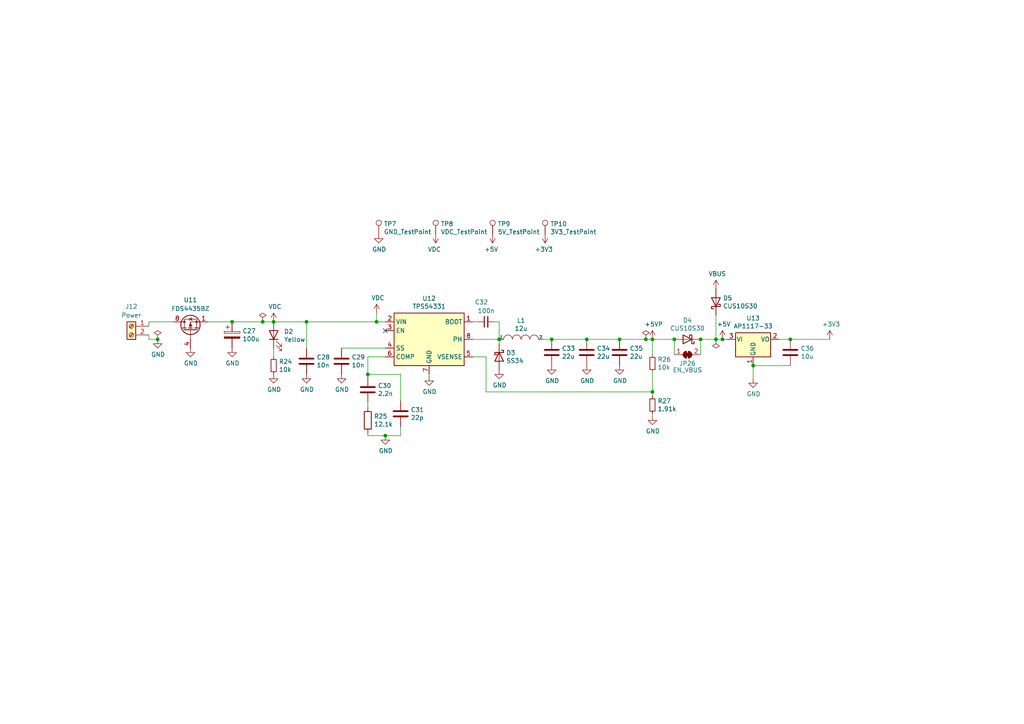
<source format=kicad_sch>
(kicad_sch (version 20211123) (generator eeschema)
  (paper "A4")
  (title_block (title "Power") (date "2021-02-19") (rev "003"))
  (lib_symbols
    (symbol "Connector:Screw_Terminal_01x02" (pin_names (offset 1.016) hide)
      (property "Reference" "J" (at 0 2.54 0))
      (property "Value" "Screw_Terminal_01x02" (at 0 -5.08 0))
      (symbol "Screw_Terminal_01x02_1_1"
        (rectangle (start -1.27 1.27) (end 1.27 -3.81) (stroke (width 0.254)) (fill (type background)))
        (circle (center 0 -2.54) (radius 0.635) (stroke (width 0.1524)))
        (polyline (pts (xy -0.5334 -2.2098) (xy 0.3302 -3.048)) (stroke (width 0.1524)))
        (polyline (pts (xy -0.5334 0.3302) (xy 0.3302 -0.508)) (stroke (width 0.1524)))
        (polyline (pts (xy -0.3556 -2.032) (xy 0.508 -2.8702)) (stroke (width 0.1524)))
        (polyline (pts (xy -0.3556 0.508) (xy 0.508 -0.3302)) (stroke (width 0.1524)))
        (circle (center 0 0) (radius 0.635) (stroke (width 0.1524)))
        (pin passive line (at -5.08 0 0) (length 3.81) (name "Pin_1") (number "1"))
        (pin passive line (at -5.08 -2.54 0) (length 3.81) (name "Pin_2") (number "2"))
      )
    )
    (symbol "Connector:TestPoint" (pin_numbers hide) (pin_names (offset 0.762) hide)
      (property "Reference" "TP" (at 0 6.858 0))
      (property "Value" "TestPoint" (at 0 5.08 0))
      (symbol "TestPoint_0_1"
        (circle (center 0 3.302) (radius 0.762))
      )
      (symbol "TestPoint_1_1"
        (pin passive line (at 0 0 90) (length 2.54) (name "1") (number "1"))
      )
    )
    (symbol "Device:C" (pin_numbers hide) (pin_names (offset 0.254))
      (property "Reference" "C" (at 0.635 2.54 0))
      (property "Value" "C" (at 0.635 -2.54 0))
      (symbol "C_0_1"
        (polyline (pts (xy -2.032 -0.762) (xy 2.032 -0.762)) (stroke (width 0.508)))
        (polyline (pts (xy -2.032 0.762) (xy 2.032 0.762)) (stroke (width 0.508)))
      )
      (symbol "C_1_1"
        (pin passive line (at 0 3.81 270) (length 2.794) (name "~") (number "1"))
        (pin passive line (at 0 -3.81 90) (length 2.794) (name "~") (number "2"))
      )
    )
    (symbol "Device:CP" (pin_numbers hide) (pin_names (offset 0.254))
      (property "Reference" "C" (at 0.635 2.54 0))
      (property "Value" "Device_CP" (at 0.635 -2.54 0))
      (symbol "CP_0_1"
        (rectangle (start -2.286 0.508) (end 2.286 1.016))
        (polyline (pts (xy -1.778 2.286) (xy -0.762 2.286)))
        (polyline (pts (xy -1.27 2.794) (xy -1.27 1.778)))
        (rectangle (start 2.286 -0.508) (end -2.286 -1.016) (fill (type outline)))
      )
      (symbol "CP_1_1"
        (pin passive line (at 0 3.81 270) (length 2.794) (name "~") (number "1"))
        (pin passive line (at 0 -3.81 90) (length 2.794) (name "~") (number "2"))
      )
    )
    (symbol "Device:C_Small" (pin_numbers hide) (pin_names (offset 0.254) hide)
      (property "Reference" "C" (at 0.254 1.778 0))
      (property "Value" "C_Small" (at 0.254 -2.032 0))
      (symbol "C_Small_0_1"
        (polyline (pts (xy -1.524 -0.508) (xy 1.524 -0.508)) (stroke (width 0.3302)))
        (polyline (pts (xy -1.524 0.508) (xy 1.524 0.508)) (stroke (width 0.3048)))
      )
      (symbol "C_Small_1_1"
        (pin passive line (at 0 2.54 270) (length 2.032) (name "~") (number "1"))
        (pin passive line (at 0 -2.54 90) (length 2.032) (name "~") (number "2"))
      )
    )
    (symbol "Device:D_Schottky" (pin_numbers hide) (pin_names (offset 1.016) hide)
      (property "Reference" "D" (at 0 2.54 0))
      (property "Value" "D_Schottky" (at 0 -2.54 0))
      (symbol "D_Schottky_0_1"
        (polyline (pts (xy 1.27 0) (xy -1.27 0)))
        (polyline (pts (xy 1.27 1.27) (xy 1.27 -1.27) (xy -1.27 0) (xy 1.27 1.27)) (stroke (width 0.254)))
        (polyline (pts (xy -1.905 0.635) (xy -1.905 1.27) (xy -1.27 1.27) (xy -1.27 -1.27) (xy -0.635 -1.27) (xy -0.635 -0.635)) (stroke (width 0.254)))
      )
      (symbol "D_Schottky_1_1"
        (pin passive line (at -3.81 0 0) (length 2.54) (name "K") (number "1"))
        (pin passive line (at 3.81 0 180) (length 2.54) (name "A") (number "2"))
      )
    )
    (symbol "Device:LED" (pin_numbers hide) (pin_names (offset 1.016) hide)
      (property "Reference" "D" (at 0 2.54 0))
      (property "Value" "LED" (at 0 -2.54 0))
      (symbol "LED_0_1"
        (polyline (pts (xy -1.27 -1.27) (xy -1.27 1.27)) (stroke (width 0.254)))
        (polyline (pts (xy -1.27 0) (xy 1.27 0)))
        (polyline (pts (xy 1.27 -1.27) (xy 1.27 1.27) (xy -1.27 0) (xy 1.27 -1.27)) (stroke (width 0.254)))
        (polyline (pts (xy -3.048 -0.762) (xy -4.572 -2.286) (xy -3.81 -2.286) (xy -4.572 -2.286) (xy -4.572 -1.524)))
        (polyline (pts (xy -1.778 -0.762) (xy -3.302 -2.286) (xy -2.54 -2.286) (xy -3.302 -2.286) (xy -3.302 -1.524)))
      )
      (symbol "LED_1_1"
        (pin passive line (at -3.81 0 0) (length 2.54) (name "K") (number "1"))
        (pin passive line (at 3.81 0 180) (length 2.54) (name "A") (number "2"))
      )
    )
    (symbol "Device:R" (pin_numbers hide) (pin_names (offset 0))
      (property "Reference" "R" (at 2.032 0 90))
      (property "Value" "R" (at 0 0 90))
      (symbol "R_0_1"
        (rectangle (start -1.016 -2.54) (end 1.016 2.54) (stroke (width 0.254)))
      )
      (symbol "R_1_1"
        (pin passive line (at 0 3.81 270) (length 1.27) (name "~") (number "1"))
        (pin passive line (at 0 -3.81 90) (length 1.27) (name "~") (number "2"))
      )
    )
    (symbol "Device:R_Small" (pin_numbers hide) (pin_names (offset 0.254) hide)
      (property "Reference" "R" (at 0.762 0.508 0))
      (property "Value" "R_Small" (at 0.762 -1.016 0))
      (symbol "R_Small_0_1"
        (rectangle (start -0.762 1.778) (end 0.762 -1.778) (stroke (width 0.2032)))
      )
      (symbol "R_Small_1_1"
        (pin passive line (at 0 2.54 270) (length 0.762) (name "~") (number "1"))
        (pin passive line (at 0 -2.54 90) (length 0.762) (name "~") (number "2"))
      )
    )
    (symbol "Jumper:SolderJumper_2_Bridged" (pin_names (offset 0) hide)
      (property "Reference" "JP" (at 0 2.032 0))
      (property "Value" "SolderJumper_2_Bridged" (at 0 -2.54 0))
      (symbol "SolderJumper_2_Bridged_0_1"
        (rectangle (start -0.508 0.508) (end 0.508 -0.508) (fill (type outline)))
        (arc (start -0.254 1.016) (mid -1.27 0) (end -0.254 -1.016))
        (arc (start -0.254 1.016) (mid -1.27 0) (end -0.254 -1.016) (fill (type outline)))
        (polyline (pts (xy -0.254 1.016) (xy -0.254 -1.016)))
        (polyline (pts (xy 0.254 1.016) (xy 0.254 -1.016)))
        (arc (start 0.254 -1.016) (mid 1.27 0) (end 0.254 1.016))
        (arc (start 0.254 -1.016) (mid 1.27 0) (end 0.254 1.016) (fill (type outline)))
      )
      (symbol "SolderJumper_2_Bridged_1_1"
        (pin passive line (at -3.81 0 0) (length 2.54) (name "A") (number "1"))
        (pin passive line (at 3.81 0 180) (length 2.54) (name "B") (number "2"))
      )
    )
    (symbol "Regulator_Linear:AP1117-33" (pin_names (offset 0.254))
      (property "Reference" "U" (at -3.81 3.175 0))
      (property "Value" "AP1117-33" (at 0 3.175 0))
      (symbol "AP1117-33_0_1"
        (rectangle (start -5.08 -5.08) (end 5.08 1.905) (stroke (width 0.254)) (fill (type background)))
      )
      (symbol "AP1117-33_1_1"
        (pin power_in line (at 0 -7.62 90) (length 2.54) (name "GND") (number "1"))
        (pin power_out line (at 7.62 0 180) (length 2.54) (name "VO") (number "2"))
        (pin power_in line (at -7.62 0 0) (length 2.54) (name "VI") (number "3"))
      )
    )
    (symbol "index:FDS4435BZ" (pin_names hide)
      (property "Reference" "Q" (at 5.08 1.905 0))
      (property "Value" "FDS4435BZ" (at 5.08 0 0))
      (symbol "FDS4435BZ_0_1"
        (polyline (pts (xy 0.254 0) (xy -2.54 0)))
        (polyline (pts (xy 0.254 1.905) (xy 0.254 -1.905)) (stroke (width 0.254)))
        (polyline (pts (xy 0.762 -1.27) (xy 0.762 -2.286)) (stroke (width 0.254)))
        (polyline (pts (xy 0.762 0.508) (xy 0.762 -0.508)) (stroke (width 0.254)))
        (polyline (pts (xy 0.762 2.286) (xy 0.762 1.27)) (stroke (width 0.254)))
        (polyline (pts (xy 2.54 2.54) (xy 2.54 1.778)))
        (polyline (pts (xy 2.54 -2.54) (xy 2.54 0) (xy 0.762 0)))
        (polyline (pts (xy 0.762 1.778) (xy 3.302 1.778) (xy 3.302 -1.778) (xy 0.762 -1.778)))
        (polyline (pts (xy 2.286 0) (xy 1.27 0.381) (xy 1.27 -0.381) (xy 2.286 0)) (fill (type outline)))
        (polyline (pts (xy 2.794 -0.508) (xy 2.921 -0.381) (xy 3.683 -0.381) (xy 3.81 -0.254)))
        (polyline (pts (xy 3.302 -0.381) (xy 2.921 0.254) (xy 3.683 0.254) (xy 3.302 -0.381)))
        (circle (center 1.651 0) (radius 2.794) (stroke (width 0.254)))
        (circle (center 2.54 -1.778) (radius 0.254) (fill (type outline)))
        (circle (center 2.54 1.778) (radius 0.254) (fill (type outline)))
      )
      (symbol "FDS4435BZ_1_1"
        (pin passive line (at 2.54 -5.08 90) (length 2.54) (name "S") (number "1"))
        (pin passive line (at 2.54 -5.08 90) (length 2.54) hide (name "S") (number "2"))
        (pin passive line (at 2.54 -5.08 90) (length 2.54) hide (name "S") (number "3"))
        (pin passive line (at -5.08 0 0) (length 2.54) (name "G") (number "4"))
        (pin passive line (at 2.54 5.08 270) (length 2.54) hide (name "D") (number "5"))
        (pin passive line (at 2.54 5.08 270) (length 2.54) hide (name "D") (number "6"))
        (pin passive line (at 2.54 5.08 270) (length 2.54) hide (name "D") (number "7"))
        (pin passive line (at 2.54 5.08 270) (length 2.54) (name "D") (number "8"))
      )
    )
    (symbol "index:TPS54331"
      (property "Reference" "U" (at -8.89 8.89 0))
      (property "Value" "TPS54331" (at 3.81 8.89 0))
      (symbol "TPS54331_1_1"
        (rectangle (start -10.16 7.62) (end 10.16 -7.62) (stroke (width 0.254)) (fill (type background)))
        (pin output line (at 12.7 5.08 180) (length 2.54) (name "BOOT") (number "1"))
        (pin power_in line (at -12.7 5.08 0) (length 2.54) (name "VIN") (number "2"))
        (pin input line (at -12.7 2.54 0) (length 2.54) (name "EN") (number "3"))
        (pin output line (at -12.7 -2.54 0) (length 2.54) (name "SS") (number "4"))
        (pin input line (at 12.7 -5.08 180) (length 2.54) (name "VSENSE") (number "5"))
        (pin output line (at -12.7 -5.08 0) (length 2.54) (name "COMP") (number "6"))
        (pin power_in line (at 0 -10.16 90) (length 2.54) (name "GND") (number "7"))
        (pin output line (at 12.7 0 180) (length 2.54) (name "PH") (number "8"))
      )
    )
    (symbol "power:+3V3" (power) (pin_names (offset 0))
      (property "Value" "+3V3" (at 0 3.556 0))
      (symbol "+3V3_0_1"
        (polyline (pts (xy -0.762 1.27) (xy 0 2.54)))
        (polyline (pts (xy 0 0) (xy 0 2.54)))
        (polyline (pts (xy 0 2.54) (xy 0.762 1.27)))
      )
      (symbol "+3V3_1_1"
        (pin power_in line (at 0 0 90) (length 0) hide (name "+3V3") (number "1"))
      )
    )
    (symbol "power:+5V" (power) (pin_names (offset 0))
      (property "Value" "+5V" (at 0 3.556 0))
      (symbol "+5V_0_1"
        (polyline (pts (xy -0.762 1.27) (xy 0 2.54)))
        (polyline (pts (xy 0 0) (xy 0 2.54)))
        (polyline (pts (xy 0 2.54) (xy 0.762 1.27)))
      )
      (symbol "+5V_1_1"
        (pin power_in line (at 0 0 90) (length 0) hide (name "+5V") (number "1"))
      )
    )
    (symbol "power:+5VP" (power) (pin_names (offset 0))
      (property "Value" "+5VP" (at 0 3.556 0))
      (symbol "+5VP_0_1"
        (polyline (pts (xy -0.762 1.27) (xy 0 2.54)))
        (polyline (pts (xy 0 0) (xy 0 2.54)))
        (polyline (pts (xy 0 2.54) (xy 0.762 1.27)))
      )
      (symbol "+5VP_1_1"
        (pin power_in line (at 0 0 90) (length 0) hide (name "+5VP") (number "1"))
      )
    )
    (symbol "power:GND" (power) (pin_names (offset 0))
      (property "Value" "GND" (at 0 -3.81 0))
      (symbol "GND_0_1"
        (polyline (pts (xy 0 0) (xy 0 -1.27) (xy 1.27 -1.27) (xy 0 -2.54) (xy -1.27 -1.27) (xy 0 -1.27)))
      )
      (symbol "GND_1_1"
        (pin power_in line (at 0 0 270) (length 0) hide (name "GND") (number "1"))
      )
    )
    (symbol "power:PWR_FLAG" (power) (pin_numbers hide) (pin_names (offset 0) hide)
      (property "Value" "PWR_FLAG" (at 0 3.81 0))
      (symbol "PWR_FLAG_0_0"
        (pin power_out line (at 0 0 90) (length 0) (name "pwr") (number "1"))
      )
      (symbol "PWR_FLAG_0_1"
        (polyline (pts (xy 0 0) (xy 0 1.27) (xy -1.016 1.905) (xy 0 2.54) (xy 1.016 1.905) (xy 0 1.27)))
      )
    )
    (symbol "power:VBUS" (power) (pin_names (offset 0))
      (property "Value" "VBUS" (at 0 3.81 0))
      (symbol "VBUS_0_1"
        (polyline (pts (xy -0.762 1.27) (xy 0 2.54)))
        (polyline (pts (xy 0 0) (xy 0 2.54)))
        (polyline (pts (xy 0 2.54) (xy 0.762 1.27)))
      )
      (symbol "VBUS_1_1"
        (pin power_in line (at 0 0 90) (length 0) hide (name "VBUS") (number "1"))
      )
    )
    (symbol "power:VDC" (power) (pin_names (offset 0))
      (property "Value" "VDC" (at 0 6.35 0))
      (symbol "VDC_0_1"
        (polyline (pts (xy -0.762 1.27) (xy 0 2.54)))
        (polyline (pts (xy 0 0) (xy 0 2.54)))
        (polyline (pts (xy 0 2.54) (xy 0.762 1.27)))
      )
      (symbol "VDC_1_1"
        (pin power_in line (at 0 0 90) (length 0) hide (name "VDC") (number "1"))
      )
    )
    (symbol "pspice:INDUCTOR" (pin_numbers hide) (pin_names (offset 0))
      (property "Reference" "L" (at 0 2.54 0))
      (property "Value" "INDUCTOR" (at 0 -1.27 0))
      (symbol "INDUCTOR_0_1"
        (arc (start -2.54 0) (mid -3.81 1.27) (end -5.08 0))
        (arc (start 0 0) (mid -1.27 1.27) (end -2.54 0))
        (arc (start 2.54 0) (mid 1.27 1.27) (end 0 0))
        (arc (start 5.08 0) (mid 3.81 1.27) (end 2.54 0))
      )
      (symbol "INDUCTOR_1_1"
        (pin input line (at -6.35 0 0) (length 1.27) (name "1") (number "1"))
        (pin input line (at 6.35 0 180) (length 1.27) (name "2") (number "2"))
      )
    )
  )
  (junction (at 45.72 98.425))
  (junction (at 111.76 126.365))
  (junction (at 76.2 93.345))
  (junction (at 195.58 98.425))
  (junction (at 144.78 98.425))
  (junction (at 88.9 93.345))
  (junction (at 67.31 93.345))
  (junction (at 170.18 98.425))
  (junction (at 189.23 113.665))
  (junction (at 229.235 98.425))
  (junction (at 106.68 108.585))
  (junction (at 207.645 98.425))
  (junction (at 218.44 106.045))
  (junction (at 209.55 98.425))
  (junction (at 189.23 98.425))
  (junction (at 79.375 93.345))
  (junction (at 187.325 98.425))
  (junction (at 109.22 93.345))
  (junction (at 203.2 98.425))
  (junction (at 160.02 98.425))
  (junction (at 179.705 98.425))
  (no_connect (at 111.76 95.885))
  (wire (pts (xy 60.325 93.345) (xy 67.31 93.345)))
  (wire (pts (xy 109.22 93.345) (xy 111.76 93.345)))
  (wire (pts (xy 209.55 98.425) (xy 210.82 98.425)))
  (wire (pts (xy 106.68 103.505) (xy 111.76 103.505)))
  (wire (pts (xy 116.205 116.205) (xy 116.205 108.585)))
  (wire (pts (xy 43.18 98.425) (xy 45.72 98.425)))
  (wire (pts (xy 43.18 97.155) (xy 43.18 98.425)))
  (wire (pts (xy 218.44 106.045) (xy 229.235 106.045)))
  (wire (pts (xy 106.68 109.22) (xy 106.68 108.585)))
  (wire (pts (xy 138.43 93.345) (xy 137.16 93.345)))
  (wire (pts (xy 207.645 91.44) (xy 207.645 98.425)))
  (wire (pts (xy 218.44 109.855) (xy 218.44 106.045)))
  (wire (pts (xy 116.205 126.365) (xy 111.76 126.365)))
  (wire (pts (xy 88.9 93.345) (xy 109.22 93.345)))
  (wire (pts (xy 229.235 98.425) (xy 240.665 98.425)))
  (wire (pts (xy 76.2 93.345) (xy 79.375 93.345)))
  (wire (pts (xy 99.06 100.965) (xy 111.76 100.965)))
  (wire (pts (xy 79.375 103.505) (xy 79.375 100.965)))
  (wire (pts (xy 109.22 90.805) (xy 109.22 93.345)))
  (wire (pts (xy 111.76 126.365) (xy 106.68 126.365)))
  (wire (pts (xy 179.705 98.425) (xy 187.325 98.425)))
  (wire (pts (xy 195.58 102.87) (xy 195.58 98.425)))
  (wire (pts (xy 189.23 113.665) (xy 189.23 107.95)))
  (wire (pts (xy 79.375 93.345) (xy 88.9 93.345)))
  (wire (pts (xy 189.23 114.935) (xy 189.23 113.665)))
  (wire (pts (xy 226.06 98.425) (xy 229.235 98.425)))
  (wire (pts (xy 144.78 99.695) (xy 144.78 98.425)))
  (wire (pts (xy 189.23 120.65) (xy 189.23 120.015)))
  (wire (pts (xy 203.2 102.87) (xy 203.2 98.425)))
  (wire (pts (xy 124.46 108.585) (xy 124.46 109.22)))
  (wire (pts (xy 67.31 93.345) (xy 76.2 93.345)))
  (wire (pts (xy 116.205 108.585) (xy 106.68 108.585)))
  (wire (pts (xy 88.9 93.345) (xy 88.9 100.965)))
  (wire (pts (xy 144.78 93.345) (xy 143.51 93.345)))
  (wire (pts (xy 106.68 118.11) (xy 106.68 116.84)))
  (wire (pts (xy 144.78 93.345) (xy 144.78 98.425)))
  (wire (pts (xy 207.645 98.425) (xy 203.2 98.425)))
  (wire (pts (xy 106.68 126.365) (xy 106.68 125.73)))
  (wire (pts (xy 157.48 98.425) (xy 160.02 98.425)))
  (wire (pts (xy 43.18 93.345) (xy 50.165 93.345)))
  (wire (pts (xy 189.23 98.425) (xy 189.23 102.87)))
  (wire (pts (xy 140.97 113.665) (xy 189.23 113.665)))
  (wire (pts (xy 140.97 113.665) (xy 140.97 103.505)))
  (wire (pts (xy 207.645 98.425) (xy 209.55 98.425)))
  (wire (pts (xy 137.16 98.425) (xy 144.78 98.425)))
  (wire (pts (xy 189.23 98.425) (xy 195.58 98.425)))
  (wire (pts (xy 106.68 108.585) (xy 106.68 103.505)))
  (wire (pts (xy 140.97 103.505) (xy 137.16 103.505)))
  (wire (pts (xy 160.02 98.425) (xy 170.18 98.425)))
  (wire (pts (xy 187.325 98.425) (xy 189.23 98.425)))
  (wire (pts (xy 116.205 123.825) (xy 116.205 126.365)))
  (wire (pts (xy 43.18 94.615) (xy 43.18 93.345)))
  (wire (pts (xy 170.18 98.425) (xy 179.705 98.425)))
  (symbol (lib_id "Device:CP") (at 67.31 97.155 0) (unit 1)
    (property "Reference" "C27" (at 70.3072 95.9866 0) (effects (justify left)))
    (property "Value" "100u" (at 70.3072 98.298 0) (effects (justify left)))
    (property "Footprint" "Capacitor_SMD:CP_Elec_6.3x7.7" (effects hide))
    (property "Digikey" "493-2203-1-ND" (effects hide))
    (property "JLCPCB" "C99837" (effects hide))
    (property "LCSC" "C3339" (effects hide))
    (property "Mouser" "647-UWT1V101MCL1S" (effects hide))
    (property "Manufacturer" "s" (effects hide))
  )
  (symbol (lib_id "pspice:INDUCTOR") (at 151.13 98.425 0) (unit 1)
    (property "Reference" "L1" (at 151.13 92.964 0))
    (property "Value" "12u" (at 151.13 95.2754 0))
    (property "Footprint" "Inductor_SMD:L_Coilcraft_XAL60xx_6.36x6.56mm" (effects hide))
    (property "Digikey" "ASPI-6045S-120M-TCT-ND" (effects hide))
    (property "LCSC" "C168077" (effects hide))
    (property "Mouser" "815-ASPI-6045S-120MT" (effects hide))
  )
  (symbol (lib_id "Device:R_Small") (at 189.23 105.41 0) (unit 1)
    (property "Reference" "R26" (at 190.7286 104.2416 0) (effects (justify left)))
    (property "Value" "10k" (at 190.7286 106.553 0) (effects (justify left)))
    (property "Footprint" "Resistor_SMD:R_0805_2012Metric" (effects hide))
    (property "Digikey" "RMCF0805FT10K0CT-ND" (effects hide))
    (property "JLCPCB" "C17414" (effects hide))
    (property "LCSC" "C115295" (effects hide))
    (property "Mouser" "71-CRCW080510K0FKEAC" (effects hide))
    (property "Notes" "1%" (effects hide))
  )
  (symbol (lib_id "Device:R_Small") (at 189.23 117.475 0) (unit 1)
    (property "Reference" "R27" (at 190.7286 116.3066 0) (effects (justify left)))
    (property "Value" "1.91k" (at 190.7286 118.618 0) (effects (justify left)))
    (property "Footprint" "Resistor_SMD:R_0805_2012Metric" (effects hide))
    (property "Datasheet" "https://www.vishay.com/docs/20035/dcrcwe3.pdf" (effects hide))
    (property "Digikey" "541-1.91KCCT-ND" (effects hide))
    (property "JLCPCB" "C17401" (effects hide))
    (property "LCSC" "C17401" (effects hide))
    (property "Mouser" "71-CRCW08051K91FKEA" (effects hide))
  )
  (symbol (lib_id "Device:C") (at 88.9 104.775 180) (unit 1)
    (property "Reference" "C28" (at 91.821 103.6066 0) (effects (justify right)))
    (property "Value" "10n" (at 91.821 105.918 0) (effects (justify right)))
    (property "Footprint" "Capacitor_SMD:C_0805_2012Metric" (effects hide))
    (property "Digikey" "1276-1015-1-ND" (effects hide))
    (property "JLCPCB" "C1710" (effects hide))
    (property "LCSC" "C1710" (effects hide))
    (property "Mouser" "187-CL21B103KBANNNC" (effects hide))
  )
  (symbol (lib_id "Regulator_Linear:AP1117-33") (at 218.44 98.425 0) (unit 1)
    (property "Reference" "U13" (at 218.44 92.2782 0))
    (property "Value" "AP1117-33" (at 218.44 94.5896 0))
    (property "Footprint" "Package_TO_SOT_SMD:SOT-223-3_TabPin2" (effects hide))
    (property "Datasheet" "http://www.diodes.com/datasheets/AP1117.pdf" (effects hide))
    (property "JLCPCB" "C108785" (effects hide))
    (property "LCSC" "C108785" (effects hide))
    (property "Digikey" "ZLDO1117G33DICT-ND" (effects hide))
    (property "Mouser" "522-ZLDO1117G33TA" (effects hide))
  )
  (symbol (lib_id "power:+3V3") (at 240.665 98.425 0) (unit 1)
    (property "Reference" "#PWR0161" (effects hide))
    (property "Value" "+3V3" (at 241.046 94.0308 0))
  )
  (symbol (lib_id "power:GND") (at 218.44 109.855 0) (unit 1)
    (property "Reference" "#PWR0160" (effects hide))
    (property "Value" "GND" (at 218.567 114.2492 0))
  )
  (symbol (lib_id "power:+5V") (at 209.55 98.425 0) (unit 1)
    (property "Reference" "#PWR0159" (effects hide))
    (property "Value" "+5V" (at 209.931 94.0308 0))
  )
  (symbol (lib_id "Device:LED") (at 79.375 97.155 90) (unit 1)
    (property "Reference" "D2" (at 82.3468 96.1644 90) (effects (justify right)))
    (property "Value" "Yellow" (at 82.3468 98.4758 90) (effects (justify right)))
    (property "Footprint" "LED_SMD:LED_0805_2012Metric" (effects hide))
    (property "Digikey" "732-4987-1-ND" (effects hide))
    (property "JLCPCB" "C2296" (effects hide))
    (property "LCSC" "C779458" (effects hide))
    (property "Mouser" "710-150080YS75000" (effects hide))
  )
  (symbol (lib_id "Device:R_Small") (at 79.375 106.045 0) (unit 1)
    (property "Reference" "R24" (at 80.8736 104.8766 0) (effects (justify left)))
    (property "Value" "10k" (at 80.8736 107.188 0) (effects (justify left)))
    (property "Footprint" "Resistor_SMD:R_0805_2012Metric" (effects hide))
    (property "Digikey" "RMCF0805FT10K0CT-ND" (effects hide))
    (property "JLCPCB" "C17414" (effects hide))
    (property "LCSC" "C115295" (effects hide))
    (property "Mouser" "71-CRCW080510K0FKEAC" (effects hide))
  )
  (symbol (lib_id "power:GND") (at 79.375 108.585 0) (unit 1)
    (property "Reference" "#PWR0146" (effects hide))
    (property "Value" "GND" (at 79.502 112.9792 0))
  )
  (symbol (lib_id "power:GND") (at 45.72 98.425 0) (unit 1)
    (property "Reference" "#PWR0142" (effects hide))
    (property "Value" "GND" (at 45.847 102.8192 0))
  )
  (symbol (lib_id "index:FDS4435BZ") (at 55.245 95.885 90) (unit 1)
    (property "Reference" "U11" (at 55.245 86.995 90))
    (property "Value" "FDS4435BZ" (at 55.245 89.535 90))
    (property "Footprint" "Package_SO:SO-8_3.9x4.9mm_P1.27mm" (effects hide))
    (property "JLCPCB" "C23931" (effects hide))
    (property "LCSC" "C23931" (effects hide))
    (property "Digikey" "FDS4435BZCT-ND" (effects hide))
    (property "Mouser" "512-FDS4435BZ" (effects hide))
  )
  (symbol (lib_id "power:GND") (at 189.23 120.65 0) (unit 1)
    (property "Reference" "#PWR0157" (effects hide))
    (property "Value" "GND" (at 189.357 125.0442 0))
  )
  (symbol (lib_id "power:GND") (at 55.245 100.965 0) (unit 1)
    (property "Reference" "#PWR0143" (effects hide))
    (property "Value" "GND" (at 55.372 105.3592 0))
  )
  (symbol (lib_id "Device:D_Schottky") (at 144.78 103.505 270) (unit 1)
    (property "Reference" "D3" (at 146.812 102.3366 90) (effects (justify left)))
    (property "Value" "SS34" (at 146.812 104.648 90) (effects (justify left)))
    (property "Footprint" "Diode_SMD:D_SMA" (effects hide))
    (property "LCSC" "C266553" (effects hide))
    (property "JLCPCB" "C8678" (effects hide))
    (property "Notes" "Vf<=0.55V,I>=2A,Vr>=24V" (effects hide))
    (property "Digikey" "641-2115-1-ND" (effects hide))
    (property "Mouser" "821-SS34LRVG" (effects hide))
  )
  (symbol (lib_id "power:GND") (at 144.78 107.315 0) (unit 1)
    (property "Reference" "#PWR0152" (effects hide))
    (property "Value" "GND" (at 144.907 111.7092 0))
  )
  (symbol (lib_id "power:VDC") (at 109.22 90.805 0) (unit 1)
    (property "Reference" "#PWR0149" (effects hide))
    (property "Value" "VDC" (at 109.601 86.4108 0))
  )
  (symbol (lib_id "power:VDC") (at 79.375 93.345 0) (unit 1)
    (property "Reference" "#PWR0145" (effects hide))
    (property "Value" "VDC" (at 79.756 88.9508 0))
  )
  (symbol (lib_id "power:PWR_FLAG") (at 76.2 93.345 0) (unit 1)
    (property "Reference" "#FLG025" (effects hide))
    (property "Value" "PWR_FLAG" (effects hide))
  )
  (symbol (lib_id "power:GND") (at 67.31 100.965 0) (unit 1)
    (property "Reference" "#PWR0144" (effects hide))
    (property "Value" "GND" (at 67.437 105.3592 0))
  )
  (symbol (lib_id "power:GND") (at 88.9 108.585 0) (unit 1)
    (property "Reference" "#PWR0147" (effects hide))
    (property "Value" "GND" (at 89.027 112.9792 0))
  )
  (symbol (lib_id "power:PWR_FLAG") (at 207.645 98.425 180) (unit 1)
    (property "Reference" "#FLG027" (effects hide))
    (property "Value" "PWR_FLAG" (effects hide))
  )
  (symbol (lib_id "Connector:Screw_Terminal_01x02") (at 38.1 94.615 0) (mirror y) (unit 1)
    (property "Reference" "J12" (at 38.1 88.9 0))
    (property "Value" "Power" (at 38.1 91.44 0))
    (property "Footprint" "TerminalBlock_Phoenix:TerminalBlock_Phoenix_MKDS-1,5-2_1x02_P5.00mm_Horizontal" (effects hide))
    (property "JLCPCB" "C8269" (effects hide))
    (property "LCSC" "C8269" (effects hide))
  )
  (symbol (lib_id "Device:C") (at 229.235 102.235 0) (unit 1)
    (property "Reference" "C36" (at 232.2322 101.0666 0) (effects (justify left)))
    (property "Value" "10u" (at 232.2322 103.378 0) (effects (justify left)))
    (property "Footprint" "Capacitor_SMD:C_0805_2012Metric" (effects hide))
    (property "JLCPCB" "C15850" (effects hide))
    (property "LCSC" "C17024" (effects hide))
    (property "Digikey" "490-18663-1-ND" (effects hide))
    (property "Mouser" "81-GRM21BR61H106KE3L" (effects hide))
  )
  (symbol (lib_id "Device:D_Schottky") (at 199.39 98.425 180) (unit 1)
    (property "Reference" "D4" (at 199.39 92.9132 0))
    (property "Value" "CUS10S30" (at 199.39 95.2246 0))
    (property "Footprint" "Diode_SMD:D_SOD-323" (effects hide))
    (property "LCSC" "C146335" (effects hide))
    (property "Config" "+USBPWR" (effects hide))
    (property "JLCPCB" "C146335" (effects hide))
  )
  (symbol (lib_id "Device:D_Schottky") (at 207.645 87.63 90) (unit 1)
    (property "Reference" "D5" (at 209.677 86.4616 90) (effects (justify right)))
    (property "Value" "CUS10S30" (at 209.677 88.773 90) (effects (justify right)))
    (property "Footprint" "Diode_SMD:D_SOD-323" (effects hide))
    (property "LCSC" "C146335" (effects hide))
    (property "Config" "+USBPWR" (effects hide))
    (property "JLCPCB" "C146335" (effects hide))
  )
  (symbol (lib_id "power:VBUS") (at 207.645 83.82 0) (unit 1)
    (property "Reference" "#PWR0158" (effects hide))
    (property "Value" "VBUS" (at 208.026 79.4258 0))
  )
  (symbol (lib_id "power:PWR_FLAG") (at 187.325 98.425 0) (unit 1)
    (property "Reference" "#FLG026" (effects hide))
    (property "Value" "PWR_FLAG" (effects hide))
  )
  (symbol (lib_id "power:PWR_FLAG") (at 45.72 98.425 0) (unit 1)
    (property "Reference" "#FLG024" (effects hide))
    (property "Value" "PWR_FLAG" (effects hide))
  )
  (symbol (lib_id "Jumper:SolderJumper_2_Bridged") (at 199.39 102.87 0) (unit 1)
    (property "Reference" "JP26" (at 199.39 105.41 0))
    (property "Value" "EN_VBUS" (at 199.39 107.315 0))
    (property "Footprint" "Jumper:SolderJumper-2_P1.3mm_Bridged_RoundedPad1.0x1.5mm" (effects hide))
  )
  (symbol (lib_id "power:GND") (at 124.46 109.22 0) (unit 1)
    (property "Reference" "#PWR0151" (effects hide))
    (property "Value" "GND" (at 124.587 113.6142 0))
  )
  (symbol (lib_id "index:TPS54331") (at 124.46 98.425 0) (unit 1)
    (property "Reference" "U12" (at 124.46 86.5632 0))
    (property "Value" "TPS54331" (at 124.46 88.8746 0))
    (property "Footprint" "Package_SO:SOIC-8_3.9x4.9mm_P1.27mm" (effects hide))
    (property "Datasheet" "https://www.ti.com/lit/ds/symlink/tps54331.pdf" (effects hide))
    (property "LCSC" "C9865" (effects hide))
    (property "JLCPCB" "C9865" (effects hide))
    (property "Digikey" "296-26991-1-ND" (effects hide))
    (property "Mouser" "595-TPS54331DR" (effects hide))
    (property "Notes" "Can use the tube version 296-23626-5-ND" (effects hide))
  )
  (symbol (lib_id "Device:C_Small") (at 140.97 93.345 90) (unit 1)
    (property "Reference" "C32" (at 141.605 87.63 90) (effects (justify left)))
    (property "Value" "100n" (at 143.51 90.17 90) (effects (justify left)))
    (property "Footprint" "Capacitor_SMD:C_0805_2012Metric" (effects hide))
    (property "Digikey" "1276-1180-1-ND" (effects hide))
    (property "JLCPCB" "C49678" (effects hide))
    (property "LCSC" "C360619" (effects hide))
    (property "Mouser" "581-08055C104K" (effects hide))
  )
  (symbol (lib_id "Device:C") (at 99.06 104.775 180) (unit 1)
    (property "Reference" "C29" (at 101.981 103.6066 0) (effects (justify right)))
    (property "Value" "10n" (at 101.981 105.918 0) (effects (justify right)))
    (property "Footprint" "Capacitor_SMD:C_0805_2012Metric" (effects hide))
    (property "Digikey" "1276-1015-1-ND" (effects hide))
    (property "JLCPCB" "C1710" (effects hide))
    (property "LCSC" "C1710" (effects hide))
    (property "Mouser" "187-CL21B103KBANNNC" (effects hide))
  )
  (symbol (lib_id "power:GND") (at 99.06 108.585 0) (unit 1)
    (property "Reference" "#PWR0148" (effects hide))
    (property "Value" "GND" (at 99.187 112.9792 0))
  )
  (symbol (lib_id "Device:C") (at 106.68 113.03 180) (unit 1)
    (property "Reference" "C30" (at 109.601 111.8616 0) (effects (justify right)))
    (property "Value" "2.2n" (at 109.601 114.173 0) (effects (justify right)))
    (property "Footprint" "Capacitor_SMD:C_0805_2012Metric" (effects hide))
    (property "Digikey" "1276-2993-1-ND" (effects hide))
    (property "JLCPCB" "C28260" (effects hide))
    (property "LCSC" "C28260" (effects hide))
    (property "Mouser" "187-CL21C222JBFNNNE" (effects hide))
  )
  (symbol (lib_id "Device:C") (at 116.205 120.015 180) (unit 1)
    (property "Reference" "C31" (at 119.126 118.8466 0) (effects (justify right)))
    (property "Value" "22p" (at 119.126 121.158 0) (effects (justify right)))
    (property "Footprint" "Capacitor_SMD:C_0805_2012Metric" (effects hide))
    (property "Digikey" "311-1103-1-ND" (effects hide))
    (property "JLCPCB" "C1804" (effects hide))
    (property "LCSC" "C123642" (effects hide))
    (property "Mouser" "603-CC805JRNPO9BN220" (effects hide))
  )
  (symbol (lib_id "power:GND") (at 111.76 126.365 0) (unit 1)
    (property "Reference" "#PWR0150" (effects hide))
    (property "Value" "GND" (at 111.887 130.7592 0))
  )
  (symbol (lib_id "power:+5VP") (at 189.23 98.425 0) (unit 1)
    (property "Reference" "#PWR0156" (effects hide))
    (property "Value" "+5VP" (at 189.611 94.0308 0))
  )
  (symbol (lib_id "power:GND") (at 160.02 106.045 0) (unit 1)
    (property "Reference" "#PWR0153" (effects hide))
    (property "Value" "GND" (at 160.147 110.4392 0))
  )
  (symbol (lib_id "power:GND") (at 170.18 106.045 0) (unit 1)
    (property "Reference" "#PWR0154" (effects hide))
    (property "Value" "GND" (at 170.307 110.4392 0))
  )
  (symbol (lib_id "Device:C") (at 179.705 102.235 180) (unit 1)
    (property "Reference" "C35" (at 182.626 101.0666 0) (effects (justify right)))
    (property "Value" "22u" (at 182.626 103.378 0) (effects (justify right)))
    (property "Footprint" "Capacitor_SMD:C_0805_2012Metric" (effects hide))
    (property "JLCPCB" "C45783" (effects hide))
    (property "LCSC" "C5674" (effects hide))
  )
  (symbol (lib_id "power:GND") (at 179.705 106.045 0) (unit 1)
    (property "Reference" "#PWR0155" (effects hide))
    (property "Value" "GND" (at 179.832 110.4392 0))
  )
  (symbol (lib_id "Device:R") (at 106.68 121.92 0) (unit 1)
    (property "Reference" "R25" (at 108.458 120.7516 0) (effects (justify left)))
    (property "Value" "12.1k" (at 108.458 123.063 0) (effects (justify left)))
    (property "Footprint" "Resistor_SMD:R_0805_2012Metric" (effects hide))
    (property "Datasheet" "https://www.vishay.com/docs/20035/dcrcwe3.pdf" (effects hide))
    (property "JLCPCB" "C17431" (effects hide))
    (property "LCSC" "C139928" (effects hide))
    (property "Notes" "1%" (effects hide))
    (property "Digikey" "541-12.1KCCT-ND" (effects hide))
    (property "Mouser" "71-CRCW0805-12.1K-E3" (effects hide))
  )
  (symbol (lib_id "Device:C") (at 170.18 102.235 180) (unit 1)
    (property "Reference" "C34" (at 173.101 101.0666 0) (effects (justify right)))
    (property "Value" "22u" (at 173.101 103.378 0) (effects (justify right)))
    (property "Footprint" "Capacitor_SMD:C_0805_2012Metric" (effects hide))
    (property "JLCPCB" "C45783" (effects hide))
    (property "LCSC" "C5674" (effects hide))
  )
  (symbol (lib_id "Device:C") (at 160.02 102.235 180) (unit 1)
    (property "Reference" "C33" (at 162.941 101.0666 0) (effects (justify right)))
    (property "Value" "22u" (at 162.941 103.378 0) (effects (justify right)))
    (property "Footprint" "Capacitor_SMD:C_0805_2012Metric" (effects hide))
    (property "JLCPCB" "C45783" (effects hide))
    (property "LCSC" "C5674" (effects hide))
  )
  (symbol (lib_id "Connector:TestPoint") (at 126.365 67.945 0) (unit 1)
    (property "Reference" "TP8" (at 127.8382 64.9478 0) (effects (justify left)))
    (property "Value" "VDC_TestPoint" (at 127.8382 67.2592 0) (effects (justify left)))
    (property "Footprint" "TestPoint:TestPoint_Pad_D2.0mm" (effects hide))
  )
  (symbol (lib_id "Connector:TestPoint") (at 142.875 67.945 0) (unit 1)
    (property "Reference" "TP9" (at 144.3482 64.9478 0) (effects (justify left)))
    (property "Value" "5V_TestPoint" (at 144.3482 67.2592 0) (effects (justify left)))
    (property "Footprint" "TestPoint:TestPoint_Pad_D2.0mm" (effects hide))
  )
  (symbol (lib_id "Connector:TestPoint") (at 158.115 67.945 0) (unit 1)
    (property "Reference" "TP10" (at 159.5882 64.9478 0) (effects (justify left)))
    (property "Value" "3V3_TestPoint" (at 159.5882 67.2592 0) (effects (justify left)))
    (property "Footprint" "TestPoint:TestPoint_Pad_D2.0mm" (effects hide))
  )
  (symbol (lib_id "power:+5V") (at 142.875 67.945 180) (unit 1)
    (property "Reference" "#PWR0195" (effects hide))
    (property "Value" "+5V" (at 142.494 72.3392 0))
  )
  (symbol (lib_id "power:+3V3") (at 158.115 67.945 180) (unit 1)
    (property "Reference" "#PWR0196" (effects hide))
    (property "Value" "+3V3" (at 157.734 72.3392 0))
  )
  (symbol (lib_id "power:VDC") (at 126.365 67.945 180) (unit 1)
    (property "Reference" "#PWR0197" (effects hide))
    (property "Value" "VDC" (at 125.984 72.3392 0))
  )
  (symbol (lib_id "Connector:TestPoint") (at 109.855 67.945 0) (unit 1)
    (property "Reference" "TP7" (at 111.3282 64.9478 0) (effects (justify left)))
    (property "Value" "GND_TestPoint" (at 111.3282 67.2592 0) (effects (justify left)))
    (property "Footprint" "TestPoint:TestPoint_Pad_D2.0mm" (effects hide))
  )
  (symbol (lib_id "power:GND") (at 109.855 67.945 0) (unit 1)
    (property "Reference" "#PWR0198" (effects hide))
    (property "Value" "GND" (at 109.982 72.3392 0))
  )
)
</source>
